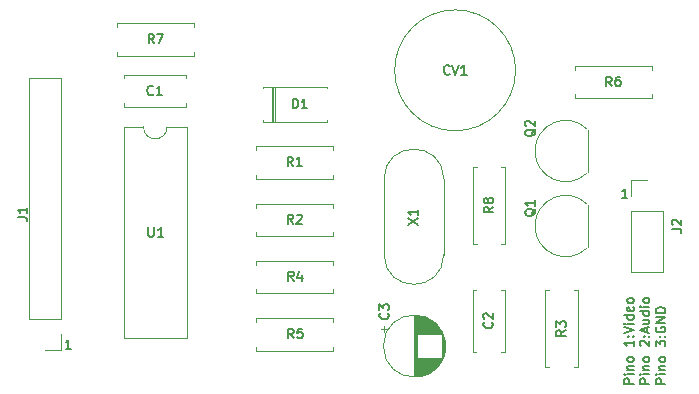
<source format=gbr>
G04 #@! TF.GenerationSoftware,KiCad,Pcbnew,(5.1.6)-1*
G04 #@! TF.CreationDate,2020-08-07T18:30:50-03:00*
G04 #@! TF.ProjectId,av-mc1000,61762d6d-6331-4303-9030-2e6b69636164,rev?*
G04 #@! TF.SameCoordinates,Original*
G04 #@! TF.FileFunction,Legend,Top*
G04 #@! TF.FilePolarity,Positive*
%FSLAX46Y46*%
G04 Gerber Fmt 4.6, Leading zero omitted, Abs format (unit mm)*
G04 Created by KiCad (PCBNEW (5.1.6)-1) date 2020-08-07 18:30:50*
%MOMM*%
%LPD*%
G01*
G04 APERTURE LIST*
%ADD10C,0.150000*%
%ADD11C,0.120000*%
G04 APERTURE END LIST*
D10*
X93548171Y-119335504D02*
X93091028Y-119335504D01*
X93319600Y-119335504D02*
X93319600Y-118535504D01*
X93243409Y-118649790D01*
X93167219Y-118725980D01*
X93091028Y-118764076D01*
X140639771Y-106559304D02*
X140182628Y-106559304D01*
X140411200Y-106559304D02*
X140411200Y-105759304D01*
X140335009Y-105873590D01*
X140258819Y-105949780D01*
X140182628Y-105987876D01*
X141175704Y-122267023D02*
X140375704Y-122267023D01*
X140375704Y-121962261D01*
X140413800Y-121886071D01*
X140451895Y-121847976D01*
X140528085Y-121809880D01*
X140642371Y-121809880D01*
X140718561Y-121847976D01*
X140756657Y-121886071D01*
X140794752Y-121962261D01*
X140794752Y-122267023D01*
X141175704Y-121467023D02*
X140642371Y-121467023D01*
X140375704Y-121467023D02*
X140413800Y-121505119D01*
X140451895Y-121467023D01*
X140413800Y-121428928D01*
X140375704Y-121467023D01*
X140451895Y-121467023D01*
X140642371Y-121086071D02*
X141175704Y-121086071D01*
X140718561Y-121086071D02*
X140680466Y-121047976D01*
X140642371Y-120971785D01*
X140642371Y-120857500D01*
X140680466Y-120781309D01*
X140756657Y-120743214D01*
X141175704Y-120743214D01*
X141175704Y-120247976D02*
X141137609Y-120324166D01*
X141099514Y-120362261D01*
X141023323Y-120400357D01*
X140794752Y-120400357D01*
X140718561Y-120362261D01*
X140680466Y-120324166D01*
X140642371Y-120247976D01*
X140642371Y-120133690D01*
X140680466Y-120057500D01*
X140718561Y-120019404D01*
X140794752Y-119981309D01*
X141023323Y-119981309D01*
X141099514Y-120019404D01*
X141137609Y-120057500D01*
X141175704Y-120133690D01*
X141175704Y-120247976D01*
X141175704Y-118609880D02*
X141175704Y-119067023D01*
X141175704Y-118838452D02*
X140375704Y-118838452D01*
X140489990Y-118914642D01*
X140566180Y-118990833D01*
X140604276Y-119067023D01*
X141099514Y-118267023D02*
X141137609Y-118228928D01*
X141175704Y-118267023D01*
X141137609Y-118305119D01*
X141099514Y-118267023D01*
X141175704Y-118267023D01*
X140680466Y-118267023D02*
X140718561Y-118228928D01*
X140756657Y-118267023D01*
X140718561Y-118305119D01*
X140680466Y-118267023D01*
X140756657Y-118267023D01*
X140375704Y-118000357D02*
X141175704Y-117733690D01*
X140375704Y-117467023D01*
X141175704Y-117200357D02*
X140642371Y-117200357D01*
X140375704Y-117200357D02*
X140413800Y-117238452D01*
X140451895Y-117200357D01*
X140413800Y-117162261D01*
X140375704Y-117200357D01*
X140451895Y-117200357D01*
X141175704Y-116476547D02*
X140375704Y-116476547D01*
X141137609Y-116476547D02*
X141175704Y-116552738D01*
X141175704Y-116705119D01*
X141137609Y-116781309D01*
X141099514Y-116819404D01*
X141023323Y-116857500D01*
X140794752Y-116857500D01*
X140718561Y-116819404D01*
X140680466Y-116781309D01*
X140642371Y-116705119D01*
X140642371Y-116552738D01*
X140680466Y-116476547D01*
X141137609Y-115790833D02*
X141175704Y-115867023D01*
X141175704Y-116019404D01*
X141137609Y-116095595D01*
X141061419Y-116133690D01*
X140756657Y-116133690D01*
X140680466Y-116095595D01*
X140642371Y-116019404D01*
X140642371Y-115867023D01*
X140680466Y-115790833D01*
X140756657Y-115752738D01*
X140832847Y-115752738D01*
X140909038Y-116133690D01*
X141175704Y-115295595D02*
X141137609Y-115371785D01*
X141099514Y-115409880D01*
X141023323Y-115447976D01*
X140794752Y-115447976D01*
X140718561Y-115409880D01*
X140680466Y-115371785D01*
X140642371Y-115295595D01*
X140642371Y-115181309D01*
X140680466Y-115105119D01*
X140718561Y-115067023D01*
X140794752Y-115028928D01*
X141023323Y-115028928D01*
X141099514Y-115067023D01*
X141137609Y-115105119D01*
X141175704Y-115181309D01*
X141175704Y-115295595D01*
X142525704Y-122267023D02*
X141725704Y-122267023D01*
X141725704Y-121962261D01*
X141763800Y-121886071D01*
X141801895Y-121847976D01*
X141878085Y-121809880D01*
X141992371Y-121809880D01*
X142068561Y-121847976D01*
X142106657Y-121886071D01*
X142144752Y-121962261D01*
X142144752Y-122267023D01*
X142525704Y-121467023D02*
X141992371Y-121467023D01*
X141725704Y-121467023D02*
X141763800Y-121505119D01*
X141801895Y-121467023D01*
X141763800Y-121428928D01*
X141725704Y-121467023D01*
X141801895Y-121467023D01*
X141992371Y-121086071D02*
X142525704Y-121086071D01*
X142068561Y-121086071D02*
X142030466Y-121047976D01*
X141992371Y-120971785D01*
X141992371Y-120857500D01*
X142030466Y-120781309D01*
X142106657Y-120743214D01*
X142525704Y-120743214D01*
X142525704Y-120247976D02*
X142487609Y-120324166D01*
X142449514Y-120362261D01*
X142373323Y-120400357D01*
X142144752Y-120400357D01*
X142068561Y-120362261D01*
X142030466Y-120324166D01*
X141992371Y-120247976D01*
X141992371Y-120133690D01*
X142030466Y-120057500D01*
X142068561Y-120019404D01*
X142144752Y-119981309D01*
X142373323Y-119981309D01*
X142449514Y-120019404D01*
X142487609Y-120057500D01*
X142525704Y-120133690D01*
X142525704Y-120247976D01*
X141801895Y-119067023D02*
X141763800Y-119028928D01*
X141725704Y-118952738D01*
X141725704Y-118762261D01*
X141763800Y-118686071D01*
X141801895Y-118647976D01*
X141878085Y-118609880D01*
X141954276Y-118609880D01*
X142068561Y-118647976D01*
X142525704Y-119105119D01*
X142525704Y-118609880D01*
X142449514Y-118267023D02*
X142487609Y-118228928D01*
X142525704Y-118267023D01*
X142487609Y-118305119D01*
X142449514Y-118267023D01*
X142525704Y-118267023D01*
X142030466Y-118267023D02*
X142068561Y-118228928D01*
X142106657Y-118267023D01*
X142068561Y-118305119D01*
X142030466Y-118267023D01*
X142106657Y-118267023D01*
X142297133Y-117924166D02*
X142297133Y-117543214D01*
X142525704Y-118000357D02*
X141725704Y-117733690D01*
X142525704Y-117467023D01*
X141992371Y-116857500D02*
X142525704Y-116857500D01*
X141992371Y-117200357D02*
X142411419Y-117200357D01*
X142487609Y-117162261D01*
X142525704Y-117086071D01*
X142525704Y-116971785D01*
X142487609Y-116895595D01*
X142449514Y-116857500D01*
X142525704Y-116133690D02*
X141725704Y-116133690D01*
X142487609Y-116133690D02*
X142525704Y-116209880D01*
X142525704Y-116362261D01*
X142487609Y-116438452D01*
X142449514Y-116476547D01*
X142373323Y-116514642D01*
X142144752Y-116514642D01*
X142068561Y-116476547D01*
X142030466Y-116438452D01*
X141992371Y-116362261D01*
X141992371Y-116209880D01*
X142030466Y-116133690D01*
X142525704Y-115752738D02*
X141992371Y-115752738D01*
X141725704Y-115752738D02*
X141763800Y-115790833D01*
X141801895Y-115752738D01*
X141763800Y-115714642D01*
X141725704Y-115752738D01*
X141801895Y-115752738D01*
X142525704Y-115257500D02*
X142487609Y-115333690D01*
X142449514Y-115371785D01*
X142373323Y-115409880D01*
X142144752Y-115409880D01*
X142068561Y-115371785D01*
X142030466Y-115333690D01*
X141992371Y-115257500D01*
X141992371Y-115143214D01*
X142030466Y-115067023D01*
X142068561Y-115028928D01*
X142144752Y-114990833D01*
X142373323Y-114990833D01*
X142449514Y-115028928D01*
X142487609Y-115067023D01*
X142525704Y-115143214D01*
X142525704Y-115257500D01*
X143875704Y-122267023D02*
X143075704Y-122267023D01*
X143075704Y-121962261D01*
X143113800Y-121886071D01*
X143151895Y-121847976D01*
X143228085Y-121809880D01*
X143342371Y-121809880D01*
X143418561Y-121847976D01*
X143456657Y-121886071D01*
X143494752Y-121962261D01*
X143494752Y-122267023D01*
X143875704Y-121467023D02*
X143342371Y-121467023D01*
X143075704Y-121467023D02*
X143113800Y-121505119D01*
X143151895Y-121467023D01*
X143113800Y-121428928D01*
X143075704Y-121467023D01*
X143151895Y-121467023D01*
X143342371Y-121086071D02*
X143875704Y-121086071D01*
X143418561Y-121086071D02*
X143380466Y-121047976D01*
X143342371Y-120971785D01*
X143342371Y-120857500D01*
X143380466Y-120781309D01*
X143456657Y-120743214D01*
X143875704Y-120743214D01*
X143875704Y-120247976D02*
X143837609Y-120324166D01*
X143799514Y-120362261D01*
X143723323Y-120400357D01*
X143494752Y-120400357D01*
X143418561Y-120362261D01*
X143380466Y-120324166D01*
X143342371Y-120247976D01*
X143342371Y-120133690D01*
X143380466Y-120057500D01*
X143418561Y-120019404D01*
X143494752Y-119981309D01*
X143723323Y-119981309D01*
X143799514Y-120019404D01*
X143837609Y-120057500D01*
X143875704Y-120133690D01*
X143875704Y-120247976D01*
X143075704Y-119105119D02*
X143075704Y-118609880D01*
X143380466Y-118876547D01*
X143380466Y-118762261D01*
X143418561Y-118686071D01*
X143456657Y-118647976D01*
X143532847Y-118609880D01*
X143723323Y-118609880D01*
X143799514Y-118647976D01*
X143837609Y-118686071D01*
X143875704Y-118762261D01*
X143875704Y-118990833D01*
X143837609Y-119067023D01*
X143799514Y-119105119D01*
X143799514Y-118267023D02*
X143837609Y-118228928D01*
X143875704Y-118267023D01*
X143837609Y-118305119D01*
X143799514Y-118267023D01*
X143875704Y-118267023D01*
X143380466Y-118267023D02*
X143418561Y-118228928D01*
X143456657Y-118267023D01*
X143418561Y-118305119D01*
X143380466Y-118267023D01*
X143456657Y-118267023D01*
X143113800Y-117467023D02*
X143075704Y-117543214D01*
X143075704Y-117657500D01*
X143113800Y-117771785D01*
X143189990Y-117847976D01*
X143266180Y-117886071D01*
X143418561Y-117924166D01*
X143532847Y-117924166D01*
X143685228Y-117886071D01*
X143761419Y-117847976D01*
X143837609Y-117771785D01*
X143875704Y-117657500D01*
X143875704Y-117581309D01*
X143837609Y-117467023D01*
X143799514Y-117428928D01*
X143532847Y-117428928D01*
X143532847Y-117581309D01*
X143875704Y-117086071D02*
X143075704Y-117086071D01*
X143875704Y-116628928D01*
X143075704Y-116628928D01*
X143875704Y-116247976D02*
X143075704Y-116247976D01*
X143075704Y-116057500D01*
X143113800Y-115943214D01*
X143189990Y-115867023D01*
X143266180Y-115828928D01*
X143418561Y-115790833D01*
X143532847Y-115790833D01*
X143685228Y-115828928D01*
X143761419Y-115867023D01*
X143837609Y-115943214D01*
X143875704Y-116057500D01*
X143875704Y-116247976D01*
D11*
X140986000Y-105045000D02*
X142316000Y-105045000D01*
X140986000Y-106375000D02*
X140986000Y-105045000D01*
X140986000Y-107645000D02*
X143646000Y-107645000D01*
X143646000Y-107645000D02*
X143646000Y-112785000D01*
X140986000Y-107645000D02*
X140986000Y-112785000D01*
X140986000Y-112785000D02*
X143646000Y-112785000D01*
X103295600Y-98514800D02*
X103295600Y-98829800D01*
X103295600Y-96089800D02*
X103295600Y-96404800D01*
X98055600Y-98514800D02*
X98055600Y-98829800D01*
X98055600Y-96089800D02*
X98055600Y-96404800D01*
X98055600Y-98829800D02*
X103295600Y-98829800D01*
X98055600Y-96089800D02*
X103295600Y-96089800D01*
X127560000Y-119576000D02*
X127560000Y-114336000D01*
X130300000Y-119576000D02*
X130300000Y-114336000D01*
X127560000Y-119576000D02*
X127875000Y-119576000D01*
X129985000Y-119576000D02*
X130300000Y-119576000D01*
X127560000Y-114336000D02*
X127875000Y-114336000D01*
X129985000Y-114336000D02*
X130300000Y-114336000D01*
X125245000Y-119075000D02*
G75*
G03*
X125245000Y-119075000I-2620000J0D01*
G01*
X122625000Y-116495000D02*
X122625000Y-121655000D01*
X122665000Y-116495000D02*
X122665000Y-121655000D01*
X122705000Y-116496000D02*
X122705000Y-121654000D01*
X122745000Y-116497000D02*
X122745000Y-121653000D01*
X122785000Y-116499000D02*
X122785000Y-121651000D01*
X122825000Y-116502000D02*
X122825000Y-121648000D01*
X122865000Y-116506000D02*
X122865000Y-118035000D01*
X122865000Y-120115000D02*
X122865000Y-121644000D01*
X122905000Y-116510000D02*
X122905000Y-118035000D01*
X122905000Y-120115000D02*
X122905000Y-121640000D01*
X122945000Y-116514000D02*
X122945000Y-118035000D01*
X122945000Y-120115000D02*
X122945000Y-121636000D01*
X122985000Y-116519000D02*
X122985000Y-118035000D01*
X122985000Y-120115000D02*
X122985000Y-121631000D01*
X123025000Y-116525000D02*
X123025000Y-118035000D01*
X123025000Y-120115000D02*
X123025000Y-121625000D01*
X123065000Y-116532000D02*
X123065000Y-118035000D01*
X123065000Y-120115000D02*
X123065000Y-121618000D01*
X123105000Y-116539000D02*
X123105000Y-118035000D01*
X123105000Y-120115000D02*
X123105000Y-121611000D01*
X123145000Y-116547000D02*
X123145000Y-118035000D01*
X123145000Y-120115000D02*
X123145000Y-121603000D01*
X123185000Y-116555000D02*
X123185000Y-118035000D01*
X123185000Y-120115000D02*
X123185000Y-121595000D01*
X123225000Y-116564000D02*
X123225000Y-118035000D01*
X123225000Y-120115000D02*
X123225000Y-121586000D01*
X123265000Y-116574000D02*
X123265000Y-118035000D01*
X123265000Y-120115000D02*
X123265000Y-121576000D01*
X123305000Y-116584000D02*
X123305000Y-118035000D01*
X123305000Y-120115000D02*
X123305000Y-121566000D01*
X123346000Y-116595000D02*
X123346000Y-118035000D01*
X123346000Y-120115000D02*
X123346000Y-121555000D01*
X123386000Y-116607000D02*
X123386000Y-118035000D01*
X123386000Y-120115000D02*
X123386000Y-121543000D01*
X123426000Y-116620000D02*
X123426000Y-118035000D01*
X123426000Y-120115000D02*
X123426000Y-121530000D01*
X123466000Y-116633000D02*
X123466000Y-118035000D01*
X123466000Y-120115000D02*
X123466000Y-121517000D01*
X123506000Y-116647000D02*
X123506000Y-118035000D01*
X123506000Y-120115000D02*
X123506000Y-121503000D01*
X123546000Y-116661000D02*
X123546000Y-118035000D01*
X123546000Y-120115000D02*
X123546000Y-121489000D01*
X123586000Y-116677000D02*
X123586000Y-118035000D01*
X123586000Y-120115000D02*
X123586000Y-121473000D01*
X123626000Y-116693000D02*
X123626000Y-118035000D01*
X123626000Y-120115000D02*
X123626000Y-121457000D01*
X123666000Y-116710000D02*
X123666000Y-118035000D01*
X123666000Y-120115000D02*
X123666000Y-121440000D01*
X123706000Y-116727000D02*
X123706000Y-118035000D01*
X123706000Y-120115000D02*
X123706000Y-121423000D01*
X123746000Y-116746000D02*
X123746000Y-118035000D01*
X123746000Y-120115000D02*
X123746000Y-121404000D01*
X123786000Y-116765000D02*
X123786000Y-118035000D01*
X123786000Y-120115000D02*
X123786000Y-121385000D01*
X123826000Y-116785000D02*
X123826000Y-118035000D01*
X123826000Y-120115000D02*
X123826000Y-121365000D01*
X123866000Y-116807000D02*
X123866000Y-118035000D01*
X123866000Y-120115000D02*
X123866000Y-121343000D01*
X123906000Y-116828000D02*
X123906000Y-118035000D01*
X123906000Y-120115000D02*
X123906000Y-121322000D01*
X123946000Y-116851000D02*
X123946000Y-118035000D01*
X123946000Y-120115000D02*
X123946000Y-121299000D01*
X123986000Y-116875000D02*
X123986000Y-118035000D01*
X123986000Y-120115000D02*
X123986000Y-121275000D01*
X124026000Y-116900000D02*
X124026000Y-118035000D01*
X124026000Y-120115000D02*
X124026000Y-121250000D01*
X124066000Y-116926000D02*
X124066000Y-118035000D01*
X124066000Y-120115000D02*
X124066000Y-121224000D01*
X124106000Y-116953000D02*
X124106000Y-118035000D01*
X124106000Y-120115000D02*
X124106000Y-121197000D01*
X124146000Y-116980000D02*
X124146000Y-118035000D01*
X124146000Y-120115000D02*
X124146000Y-121170000D01*
X124186000Y-117010000D02*
X124186000Y-118035000D01*
X124186000Y-120115000D02*
X124186000Y-121140000D01*
X124226000Y-117040000D02*
X124226000Y-118035000D01*
X124226000Y-120115000D02*
X124226000Y-121110000D01*
X124266000Y-117071000D02*
X124266000Y-118035000D01*
X124266000Y-120115000D02*
X124266000Y-121079000D01*
X124306000Y-117104000D02*
X124306000Y-118035000D01*
X124306000Y-120115000D02*
X124306000Y-121046000D01*
X124346000Y-117138000D02*
X124346000Y-118035000D01*
X124346000Y-120115000D02*
X124346000Y-121012000D01*
X124386000Y-117174000D02*
X124386000Y-118035000D01*
X124386000Y-120115000D02*
X124386000Y-120976000D01*
X124426000Y-117211000D02*
X124426000Y-118035000D01*
X124426000Y-120115000D02*
X124426000Y-120939000D01*
X124466000Y-117249000D02*
X124466000Y-118035000D01*
X124466000Y-120115000D02*
X124466000Y-120901000D01*
X124506000Y-117290000D02*
X124506000Y-118035000D01*
X124506000Y-120115000D02*
X124506000Y-120860000D01*
X124546000Y-117332000D02*
X124546000Y-118035000D01*
X124546000Y-120115000D02*
X124546000Y-120818000D01*
X124586000Y-117376000D02*
X124586000Y-118035000D01*
X124586000Y-120115000D02*
X124586000Y-120774000D01*
X124626000Y-117422000D02*
X124626000Y-118035000D01*
X124626000Y-120115000D02*
X124626000Y-120728000D01*
X124666000Y-117470000D02*
X124666000Y-118035000D01*
X124666000Y-120115000D02*
X124666000Y-120680000D01*
X124706000Y-117521000D02*
X124706000Y-118035000D01*
X124706000Y-120115000D02*
X124706000Y-120629000D01*
X124746000Y-117575000D02*
X124746000Y-118035000D01*
X124746000Y-120115000D02*
X124746000Y-120575000D01*
X124786000Y-117632000D02*
X124786000Y-118035000D01*
X124786000Y-120115000D02*
X124786000Y-120518000D01*
X124826000Y-117692000D02*
X124826000Y-118035000D01*
X124826000Y-120115000D02*
X124826000Y-120458000D01*
X124866000Y-117756000D02*
X124866000Y-118035000D01*
X124866000Y-120115000D02*
X124866000Y-120394000D01*
X124906000Y-117824000D02*
X124906000Y-118035000D01*
X124906000Y-120115000D02*
X124906000Y-120326000D01*
X124946000Y-117897000D02*
X124946000Y-120253000D01*
X124986000Y-117977000D02*
X124986000Y-120173000D01*
X125026000Y-118064000D02*
X125026000Y-120086000D01*
X125066000Y-118160000D02*
X125066000Y-119990000D01*
X125106000Y-118270000D02*
X125106000Y-119880000D01*
X125146000Y-118398000D02*
X125146000Y-119752000D01*
X125186000Y-118557000D02*
X125186000Y-119593000D01*
X125226000Y-118791000D02*
X125226000Y-119359000D01*
X119820225Y-117600000D02*
X120320225Y-117600000D01*
X120070225Y-117350000D02*
X120070225Y-117850000D01*
X131191000Y-95732600D02*
G75*
G03*
X131191000Y-95732600I-5120000J0D01*
G01*
X109777000Y-97262800D02*
X109777000Y-97132800D01*
X109777000Y-97132800D02*
X115217000Y-97132800D01*
X115217000Y-97132800D02*
X115217000Y-97262800D01*
X109777000Y-99942800D02*
X109777000Y-100072800D01*
X109777000Y-100072800D02*
X115217000Y-100072800D01*
X115217000Y-100072800D02*
X115217000Y-99942800D01*
X110677000Y-97132800D02*
X110677000Y-100072800D01*
X110797000Y-97132800D02*
X110797000Y-100072800D01*
X110557000Y-97132800D02*
X110557000Y-100072800D01*
X92668400Y-96399000D02*
X90008400Y-96399000D01*
X92668400Y-116779000D02*
X92668400Y-96399000D01*
X90008400Y-116779000D02*
X90008400Y-96399000D01*
X92668400Y-116779000D02*
X90008400Y-116779000D01*
X92668400Y-118049000D02*
X92668400Y-119379000D01*
X92668400Y-119379000D02*
X91338400Y-119379000D01*
X137283000Y-110715000D02*
X137283000Y-107115000D01*
X137271478Y-107076522D02*
G75*
G03*
X132833000Y-108915000I-1838478J-1838478D01*
G01*
X137271478Y-110753478D02*
G75*
G02*
X132833000Y-108915000I-1838478J1838478D01*
G01*
X137283000Y-104365000D02*
X137283000Y-100765000D01*
X137271478Y-104403478D02*
G75*
G02*
X132833000Y-102565000I-1838478J1838478D01*
G01*
X137271478Y-100726522D02*
G75*
G03*
X132833000Y-102565000I-1838478J-1838478D01*
G01*
X115767000Y-104918000D02*
X115767000Y-104588000D01*
X109227000Y-104918000D02*
X115767000Y-104918000D01*
X109227000Y-104588000D02*
X109227000Y-104918000D01*
X115767000Y-102178000D02*
X115767000Y-102508000D01*
X109227000Y-102178000D02*
X115767000Y-102178000D01*
X109227000Y-102508000D02*
X109227000Y-102178000D01*
X115767000Y-109434000D02*
X115767000Y-109764000D01*
X115767000Y-109764000D02*
X109227000Y-109764000D01*
X109227000Y-109764000D02*
X109227000Y-109434000D01*
X115767000Y-107354000D02*
X115767000Y-107024000D01*
X115767000Y-107024000D02*
X109227000Y-107024000D01*
X109227000Y-107024000D02*
X109227000Y-107354000D01*
X133703000Y-120847000D02*
X134033000Y-120847000D01*
X133703000Y-114307000D02*
X133703000Y-120847000D01*
X134033000Y-114307000D02*
X133703000Y-114307000D01*
X136443000Y-120847000D02*
X136113000Y-120847000D01*
X136443000Y-114307000D02*
X136443000Y-120847000D01*
X136113000Y-114307000D02*
X136443000Y-114307000D01*
X109227000Y-112199000D02*
X109227000Y-111869000D01*
X109227000Y-111869000D02*
X115767000Y-111869000D01*
X115767000Y-111869000D02*
X115767000Y-112199000D01*
X109227000Y-114279000D02*
X109227000Y-114609000D01*
X109227000Y-114609000D02*
X115767000Y-114609000D01*
X115767000Y-114609000D02*
X115767000Y-114279000D01*
X109227000Y-117045000D02*
X109227000Y-116715000D01*
X109227000Y-116715000D02*
X115767000Y-116715000D01*
X115767000Y-116715000D02*
X115767000Y-117045000D01*
X109227000Y-119125000D02*
X109227000Y-119455000D01*
X109227000Y-119455000D02*
X115767000Y-119455000D01*
X115767000Y-119455000D02*
X115767000Y-119125000D01*
X142741000Y-98093200D02*
X142741000Y-97763200D01*
X136201000Y-98093200D02*
X142741000Y-98093200D01*
X136201000Y-97763200D02*
X136201000Y-98093200D01*
X142741000Y-95353200D02*
X142741000Y-95683200D01*
X136201000Y-95353200D02*
X142741000Y-95353200D01*
X136201000Y-95683200D02*
X136201000Y-95353200D01*
X97406000Y-91746400D02*
X97406000Y-92076400D01*
X103946000Y-91746400D02*
X97406000Y-91746400D01*
X103946000Y-92076400D02*
X103946000Y-91746400D01*
X97406000Y-94486400D02*
X97406000Y-94156400D01*
X103946000Y-94486400D02*
X97406000Y-94486400D01*
X103946000Y-94156400D02*
X103946000Y-94486400D01*
X127890000Y-110433000D02*
X127560000Y-110433000D01*
X127560000Y-110433000D02*
X127560000Y-103893000D01*
X127560000Y-103893000D02*
X127890000Y-103893000D01*
X129970000Y-110433000D02*
X130300000Y-110433000D01*
X130300000Y-110433000D02*
X130300000Y-103893000D01*
X130300000Y-103893000D02*
X129970000Y-103893000D01*
X99685600Y-100524000D02*
X98035600Y-100524000D01*
X98035600Y-100524000D02*
X98035600Y-118424000D01*
X98035600Y-118424000D02*
X103335600Y-118424000D01*
X103335600Y-118424000D02*
X103335600Y-100524000D01*
X103335600Y-100524000D02*
X101685600Y-100524000D01*
X101685600Y-100524000D02*
G75*
G02*
X99685600Y-100524000I-1000000J0D01*
G01*
X125105000Y-104929000D02*
X125105000Y-111329000D01*
X120055000Y-104929000D02*
X120055000Y-111329000D01*
X120055000Y-104929000D02*
G75*
G02*
X125105000Y-104929000I2525000J0D01*
G01*
X120055000Y-111329000D02*
G75*
G03*
X125105000Y-111329000I2525000J0D01*
G01*
D10*
X144417904Y-109166667D02*
X144989333Y-109166667D01*
X145103619Y-109204762D01*
X145179809Y-109280953D01*
X145217904Y-109395239D01*
X145217904Y-109471429D01*
X144494095Y-108823810D02*
X144456000Y-108785715D01*
X144417904Y-108709524D01*
X144417904Y-108519048D01*
X144456000Y-108442858D01*
X144494095Y-108404762D01*
X144570285Y-108366667D01*
X144646476Y-108366667D01*
X144760761Y-108404762D01*
X145217904Y-108861905D01*
X145217904Y-108366667D01*
X100506066Y-97745514D02*
X100467971Y-97783609D01*
X100353685Y-97821704D01*
X100277495Y-97821704D01*
X100163209Y-97783609D01*
X100087019Y-97707419D01*
X100048923Y-97631228D01*
X100010828Y-97478847D01*
X100010828Y-97364561D01*
X100048923Y-97212180D01*
X100087019Y-97135990D01*
X100163209Y-97059800D01*
X100277495Y-97021704D01*
X100353685Y-97021704D01*
X100467971Y-97059800D01*
X100506066Y-97097895D01*
X101267971Y-97821704D02*
X100810828Y-97821704D01*
X101039400Y-97821704D02*
X101039400Y-97021704D01*
X100963209Y-97135990D01*
X100887019Y-97212180D01*
X100810828Y-97250276D01*
X129190314Y-117074733D02*
X129228409Y-117112828D01*
X129266504Y-117227114D01*
X129266504Y-117303304D01*
X129228409Y-117417590D01*
X129152219Y-117493780D01*
X129076028Y-117531876D01*
X128923647Y-117569971D01*
X128809361Y-117569971D01*
X128656980Y-117531876D01*
X128580790Y-117493780D01*
X128504600Y-117417590D01*
X128466504Y-117303304D01*
X128466504Y-117227114D01*
X128504600Y-117112828D01*
X128542695Y-117074733D01*
X128542695Y-116769971D02*
X128504600Y-116731876D01*
X128466504Y-116655685D01*
X128466504Y-116465209D01*
X128504600Y-116389019D01*
X128542695Y-116350923D01*
X128618885Y-116312828D01*
X128695076Y-116312828D01*
X128809361Y-116350923D01*
X129266504Y-116808066D01*
X129266504Y-116312828D01*
X120390714Y-116312733D02*
X120428809Y-116350828D01*
X120466904Y-116465114D01*
X120466904Y-116541304D01*
X120428809Y-116655590D01*
X120352619Y-116731780D01*
X120276428Y-116769876D01*
X120124047Y-116807971D01*
X120009761Y-116807971D01*
X119857380Y-116769876D01*
X119781190Y-116731780D01*
X119705000Y-116655590D01*
X119666904Y-116541304D01*
X119666904Y-116465114D01*
X119705000Y-116350828D01*
X119743095Y-116312733D01*
X119666904Y-116046066D02*
X119666904Y-115550828D01*
X119971666Y-115817495D01*
X119971666Y-115703209D01*
X120009761Y-115627019D01*
X120047857Y-115588923D01*
X120124047Y-115550828D01*
X120314523Y-115550828D01*
X120390714Y-115588923D01*
X120428809Y-115627019D01*
X120466904Y-115703209D01*
X120466904Y-115931780D01*
X120428809Y-116007971D01*
X120390714Y-116046066D01*
X125594809Y-96018314D02*
X125556714Y-96056409D01*
X125442428Y-96094504D01*
X125366238Y-96094504D01*
X125251952Y-96056409D01*
X125175761Y-95980219D01*
X125137666Y-95904028D01*
X125099571Y-95751647D01*
X125099571Y-95637361D01*
X125137666Y-95484980D01*
X125175761Y-95408790D01*
X125251952Y-95332600D01*
X125366238Y-95294504D01*
X125442428Y-95294504D01*
X125556714Y-95332600D01*
X125594809Y-95370695D01*
X125823380Y-95294504D02*
X126090047Y-96094504D01*
X126356714Y-95294504D01*
X127042428Y-96094504D02*
X126585285Y-96094504D01*
X126813857Y-96094504D02*
X126813857Y-95294504D01*
X126737666Y-95408790D01*
X126661476Y-95484980D01*
X126585285Y-95523076D01*
X112312923Y-98961504D02*
X112312923Y-98161504D01*
X112503400Y-98161504D01*
X112617685Y-98199600D01*
X112693876Y-98275790D01*
X112731971Y-98351980D01*
X112770066Y-98504361D01*
X112770066Y-98618647D01*
X112731971Y-98771028D01*
X112693876Y-98847219D01*
X112617685Y-98923409D01*
X112503400Y-98961504D01*
X112312923Y-98961504D01*
X113531971Y-98961504D02*
X113074828Y-98961504D01*
X113303400Y-98961504D02*
X113303400Y-98161504D01*
X113227209Y-98275790D01*
X113151019Y-98351980D01*
X113074828Y-98390076D01*
X89020704Y-108165667D02*
X89592133Y-108165667D01*
X89706419Y-108203762D01*
X89782609Y-108279953D01*
X89820704Y-108394239D01*
X89820704Y-108470429D01*
X89820704Y-107365667D02*
X89820704Y-107822810D01*
X89820704Y-107594239D02*
X89020704Y-107594239D01*
X89134990Y-107670429D01*
X89211180Y-107746620D01*
X89249276Y-107822810D01*
X132874095Y-107467190D02*
X132836000Y-107543380D01*
X132759809Y-107619571D01*
X132645523Y-107733857D01*
X132607428Y-107810047D01*
X132607428Y-107886238D01*
X132797904Y-107848142D02*
X132759809Y-107924333D01*
X132683619Y-108000523D01*
X132531238Y-108038619D01*
X132264571Y-108038619D01*
X132112190Y-108000523D01*
X132036000Y-107924333D01*
X131997904Y-107848142D01*
X131997904Y-107695761D01*
X132036000Y-107619571D01*
X132112190Y-107543380D01*
X132264571Y-107505285D01*
X132531238Y-107505285D01*
X132683619Y-107543380D01*
X132759809Y-107619571D01*
X132797904Y-107695761D01*
X132797904Y-107848142D01*
X132797904Y-106743380D02*
X132797904Y-107200523D01*
X132797904Y-106971952D02*
X131997904Y-106971952D01*
X132112190Y-107048142D01*
X132188380Y-107124333D01*
X132226476Y-107200523D01*
X132874095Y-100711190D02*
X132836000Y-100787380D01*
X132759809Y-100863571D01*
X132645523Y-100977857D01*
X132607428Y-101054047D01*
X132607428Y-101130238D01*
X132797904Y-101092142D02*
X132759809Y-101168333D01*
X132683619Y-101244523D01*
X132531238Y-101282619D01*
X132264571Y-101282619D01*
X132112190Y-101244523D01*
X132036000Y-101168333D01*
X131997904Y-101092142D01*
X131997904Y-100939761D01*
X132036000Y-100863571D01*
X132112190Y-100787380D01*
X132264571Y-100749285D01*
X132531238Y-100749285D01*
X132683619Y-100787380D01*
X132759809Y-100863571D01*
X132797904Y-100939761D01*
X132797904Y-101092142D01*
X132074095Y-100444523D02*
X132036000Y-100406428D01*
X131997904Y-100330238D01*
X131997904Y-100139761D01*
X132036000Y-100063571D01*
X132074095Y-100025476D01*
X132150285Y-99987380D01*
X132226476Y-99987380D01*
X132340761Y-100025476D01*
X132797904Y-100482619D01*
X132797904Y-99987380D01*
X112338266Y-103842404D02*
X112071600Y-103461452D01*
X111881123Y-103842404D02*
X111881123Y-103042404D01*
X112185885Y-103042404D01*
X112262076Y-103080500D01*
X112300171Y-103118595D01*
X112338266Y-103194785D01*
X112338266Y-103309071D01*
X112300171Y-103385261D01*
X112262076Y-103423357D01*
X112185885Y-103461452D01*
X111881123Y-103461452D01*
X113100171Y-103842404D02*
X112643028Y-103842404D01*
X112871600Y-103842404D02*
X112871600Y-103042404D01*
X112795409Y-103156690D01*
X112719219Y-103232880D01*
X112643028Y-103270976D01*
X112338266Y-108742104D02*
X112071600Y-108361152D01*
X111881123Y-108742104D02*
X111881123Y-107942104D01*
X112185885Y-107942104D01*
X112262076Y-107980200D01*
X112300171Y-108018295D01*
X112338266Y-108094485D01*
X112338266Y-108208771D01*
X112300171Y-108284961D01*
X112262076Y-108323057D01*
X112185885Y-108361152D01*
X111881123Y-108361152D01*
X112643028Y-108018295D02*
X112681123Y-107980200D01*
X112757314Y-107942104D01*
X112947790Y-107942104D01*
X113023980Y-107980200D01*
X113062076Y-108018295D01*
X113100171Y-108094485D01*
X113100171Y-108170676D01*
X113062076Y-108284961D01*
X112604933Y-108742104D01*
X113100171Y-108742104D01*
X135434904Y-117735733D02*
X135053952Y-118002400D01*
X135434904Y-118192876D02*
X134634904Y-118192876D01*
X134634904Y-117888114D01*
X134673000Y-117811923D01*
X134711095Y-117773828D01*
X134787285Y-117735733D01*
X134901571Y-117735733D01*
X134977761Y-117773828D01*
X135015857Y-117811923D01*
X135053952Y-117888114D01*
X135053952Y-118192876D01*
X134634904Y-117469066D02*
X134634904Y-116973828D01*
X134939666Y-117240495D01*
X134939666Y-117126209D01*
X134977761Y-117050019D01*
X135015857Y-117011923D01*
X135092047Y-116973828D01*
X135282523Y-116973828D01*
X135358714Y-117011923D01*
X135396809Y-117050019D01*
X135434904Y-117126209D01*
X135434904Y-117354780D01*
X135396809Y-117430971D01*
X135358714Y-117469066D01*
X112389066Y-113568304D02*
X112122400Y-113187352D01*
X111931923Y-113568304D02*
X111931923Y-112768304D01*
X112236685Y-112768304D01*
X112312876Y-112806400D01*
X112350971Y-112844495D01*
X112389066Y-112920685D01*
X112389066Y-113034971D01*
X112350971Y-113111161D01*
X112312876Y-113149257D01*
X112236685Y-113187352D01*
X111931923Y-113187352D01*
X113074780Y-113034971D02*
X113074780Y-113568304D01*
X112884304Y-112730209D02*
X112693828Y-113301638D01*
X113189066Y-113301638D01*
X112389066Y-118420904D02*
X112122400Y-118039952D01*
X111931923Y-118420904D02*
X111931923Y-117620904D01*
X112236685Y-117620904D01*
X112312876Y-117659000D01*
X112350971Y-117697095D01*
X112389066Y-117773285D01*
X112389066Y-117887571D01*
X112350971Y-117963761D01*
X112312876Y-118001857D01*
X112236685Y-118039952D01*
X111931923Y-118039952D01*
X113112876Y-117620904D02*
X112731923Y-117620904D01*
X112693828Y-118001857D01*
X112731923Y-117963761D01*
X112808114Y-117925666D01*
X112998590Y-117925666D01*
X113074780Y-117963761D01*
X113112876Y-118001857D01*
X113150971Y-118078047D01*
X113150971Y-118268523D01*
X113112876Y-118344714D01*
X113074780Y-118382809D01*
X112998590Y-118420904D01*
X112808114Y-118420904D01*
X112731923Y-118382809D01*
X112693828Y-118344714D01*
X139312266Y-97085104D02*
X139045600Y-96704152D01*
X138855123Y-97085104D02*
X138855123Y-96285104D01*
X139159885Y-96285104D01*
X139236076Y-96323200D01*
X139274171Y-96361295D01*
X139312266Y-96437485D01*
X139312266Y-96551771D01*
X139274171Y-96627961D01*
X139236076Y-96666057D01*
X139159885Y-96704152D01*
X138855123Y-96704152D01*
X139997980Y-96285104D02*
X139845600Y-96285104D01*
X139769409Y-96323200D01*
X139731314Y-96361295D01*
X139655123Y-96475580D01*
X139617028Y-96627961D01*
X139617028Y-96932723D01*
X139655123Y-97008914D01*
X139693219Y-97047009D01*
X139769409Y-97085104D01*
X139921790Y-97085104D01*
X139997980Y-97047009D01*
X140036076Y-97008914D01*
X140074171Y-96932723D01*
X140074171Y-96742247D01*
X140036076Y-96666057D01*
X139997980Y-96627961D01*
X139921790Y-96589866D01*
X139769409Y-96589866D01*
X139693219Y-96627961D01*
X139655123Y-96666057D01*
X139617028Y-96742247D01*
X100568066Y-93457904D02*
X100301400Y-93076952D01*
X100110923Y-93457904D02*
X100110923Y-92657904D01*
X100415685Y-92657904D01*
X100491876Y-92696000D01*
X100529971Y-92734095D01*
X100568066Y-92810285D01*
X100568066Y-92924571D01*
X100529971Y-93000761D01*
X100491876Y-93038857D01*
X100415685Y-93076952D01*
X100110923Y-93076952D01*
X100834733Y-92657904D02*
X101368066Y-92657904D01*
X101025209Y-93457904D01*
X129296304Y-107296333D02*
X128915352Y-107563000D01*
X129296304Y-107753476D02*
X128496304Y-107753476D01*
X128496304Y-107448714D01*
X128534400Y-107372523D01*
X128572495Y-107334428D01*
X128648685Y-107296333D01*
X128762971Y-107296333D01*
X128839161Y-107334428D01*
X128877257Y-107372523D01*
X128915352Y-107448714D01*
X128915352Y-107753476D01*
X128839161Y-106839190D02*
X128801066Y-106915380D01*
X128762971Y-106953476D01*
X128686780Y-106991571D01*
X128648685Y-106991571D01*
X128572495Y-106953476D01*
X128534400Y-106915380D01*
X128496304Y-106839190D01*
X128496304Y-106686809D01*
X128534400Y-106610619D01*
X128572495Y-106572523D01*
X128648685Y-106534428D01*
X128686780Y-106534428D01*
X128762971Y-106572523D01*
X128801066Y-106610619D01*
X128839161Y-106686809D01*
X128839161Y-106839190D01*
X128877257Y-106915380D01*
X128915352Y-106953476D01*
X128991542Y-106991571D01*
X129143923Y-106991571D01*
X129220114Y-106953476D01*
X129258209Y-106915380D01*
X129296304Y-106839190D01*
X129296304Y-106686809D01*
X129258209Y-106610619D01*
X129220114Y-106572523D01*
X129143923Y-106534428D01*
X128991542Y-106534428D01*
X128915352Y-106572523D01*
X128877257Y-106610619D01*
X128839161Y-106686809D01*
X100101476Y-109019104D02*
X100101476Y-109666723D01*
X100139571Y-109742914D01*
X100177666Y-109781009D01*
X100253857Y-109819104D01*
X100406238Y-109819104D01*
X100482428Y-109781009D01*
X100520523Y-109742914D01*
X100558619Y-109666723D01*
X100558619Y-109019104D01*
X101358619Y-109819104D02*
X100901476Y-109819104D01*
X101130047Y-109819104D02*
X101130047Y-109019104D01*
X101053857Y-109133390D01*
X100977666Y-109209580D01*
X100901476Y-109247676D01*
X122091104Y-108786619D02*
X122891104Y-108253285D01*
X122091104Y-108253285D02*
X122891104Y-108786619D01*
X122891104Y-107529476D02*
X122891104Y-107986619D01*
X122891104Y-107758047D02*
X122091104Y-107758047D01*
X122205390Y-107834238D01*
X122281580Y-107910428D01*
X122319676Y-107986619D01*
M02*

</source>
